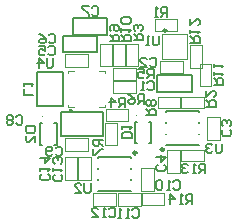
<source format=gbo>
G04*
G04 #@! TF.GenerationSoftware,Altium Limited,Altium Designer,19.1.5 (86)*
G04*
G04 Layer_Color=32896*
%FSAX25Y25*%
%MOIN*%
G70*
G01*
G75*
%ADD10C,0.00394*%
%ADD11C,0.00787*%
%ADD15C,0.01000*%
%ADD37C,0.00984*%
%ADD52C,0.00591*%
D10*
X0125264Y0157937D02*
G03*
X0125264Y0157937I-0000197J0000000D01*
G01*
X0156839Y0158386D02*
G03*
X0156839Y0158386I-0000197J0000000D01*
G01*
X0158354Y0132323D02*
X0165835D01*
X0158354Y0128386D02*
Y0132323D01*
Y0128386D02*
X0165835D01*
Y0132323D01*
X0148866Y0165866D02*
Y0169803D01*
X0156346D01*
Y0165866D02*
Y0169803D01*
X0148866Y0165866D02*
X0156346D01*
X0148866Y0170197D02*
Y0174134D01*
X0156346D01*
Y0170197D02*
Y0174134D01*
X0148866Y0170197D02*
X0156346D01*
X0153000Y0182087D02*
X0156937D01*
Y0174606D02*
Y0182087D01*
X0153000Y0174606D02*
X0156937D01*
X0153000D02*
Y0182087D01*
X0148669Y0182047D02*
X0152606D01*
Y0174567D02*
Y0182047D01*
X0148669Y0174567D02*
X0152606D01*
X0148669D02*
Y0182047D01*
X0144339Y0182047D02*
X0148276D01*
Y0174567D02*
Y0182047D01*
X0144339Y0174567D02*
X0148276D01*
X0144339D02*
Y0182047D01*
X0137153Y0136713D02*
X0141287D01*
X0137153D02*
Y0144390D01*
X0141287D01*
Y0136713D02*
Y0144390D01*
X0132547Y0136673D02*
X0136681D01*
X0132547D02*
Y0144350D01*
X0136681D01*
Y0136673D02*
Y0144350D01*
X0150224Y0128209D02*
Y0132343D01*
X0157902D01*
Y0128209D02*
Y0132343D01*
X0150224Y0128209D02*
X0157902D01*
X0149752D02*
Y0132343D01*
X0142075Y0128209D02*
X0149752D01*
X0142075D02*
Y0132343D01*
X0149752D01*
X0158098Y0140689D02*
X0162232D01*
Y0133012D02*
Y0140689D01*
X0158098Y0133012D02*
X0162232D01*
X0158098D02*
Y0140689D01*
X0171917Y0172264D02*
Y0176398D01*
X0164240Y0172264D02*
X0171917D01*
X0164240D02*
Y0176398D01*
X0171917D01*
X0177567Y0167913D02*
X0181504D01*
X0177567D02*
Y0175394D01*
X0181504D01*
Y0167913D02*
Y0175394D01*
X0174378Y0181614D02*
X0178315D01*
Y0174134D02*
Y0181614D01*
X0174378Y0174134D02*
X0178315D01*
X0174378D02*
Y0181614D01*
X0162543Y0186535D02*
Y0190472D01*
X0170024D01*
Y0186535D02*
Y0190472D01*
X0162543Y0186535D02*
X0170024D01*
X0173276Y0177008D02*
Y0185276D01*
X0165008Y0177008D02*
X0173276D01*
X0165008D02*
Y0185276D01*
X0173276D01*
X0146031Y0161016D02*
Y0161803D01*
X0144024Y0161016D02*
X0146031Y0161016D01*
Y0172433D02*
Y0173221D01*
X0144024D02*
X0146031D01*
X0133748D02*
X0133748Y0172433D01*
X0133748Y0173221D02*
X0135756Y0173221D01*
X0133748Y0161016D02*
Y0161803D01*
Y0161016D02*
X0135756Y0161016D01*
X0146173Y0148398D02*
X0150110D01*
X0146173D02*
Y0155878D01*
X0150110D01*
Y0148398D02*
Y0155878D01*
X0146354Y0156295D02*
Y0160232D01*
X0153835D01*
Y0156295D02*
Y0160232D01*
X0146354Y0156295D02*
X0153835D01*
X0140382Y0146555D02*
Y0150689D01*
X0132705Y0146555D02*
X0140382D01*
X0132705D02*
Y0150689D01*
X0140382D01*
X0140421Y0174508D02*
Y0178642D01*
X0132744Y0174508D02*
X0140421D01*
X0132744D02*
Y0178642D01*
X0140421D01*
X0171465Y0142913D02*
Y0146850D01*
X0178945D01*
Y0142913D02*
Y0146850D01*
X0171465Y0142913D02*
X0178945D01*
X0166760Y0139154D02*
X0170894D01*
X0166760D02*
Y0146831D01*
X0170894D01*
Y0139154D02*
Y0146831D01*
X0180185Y0157815D02*
X0184319D01*
Y0150138D02*
Y0157815D01*
X0180185Y0150138D02*
X0184319D01*
X0180185D02*
Y0157815D01*
X0178945Y0160591D02*
Y0164527D01*
X0171465Y0160591D02*
X0178945D01*
X0171465D02*
Y0164527D01*
X0178945D01*
X0163551Y0160591D02*
Y0164527D01*
X0171031D01*
Y0160591D02*
Y0164527D01*
X0163551Y0160591D02*
X0171031D01*
D11*
X0129201Y0148488D02*
X0129890D01*
X0129201Y0155575D02*
X0129890D01*
X0124378Y0148488D02*
X0125067D01*
X0124378Y0155575D02*
X0125067D01*
X0129890Y0148488D02*
Y0155575D01*
X0124378Y0148488D02*
Y0155575D01*
X0155953Y0148937D02*
Y0156024D01*
X0161465Y0148937D02*
Y0156024D01*
X0155953D02*
X0156642D01*
X0155953Y0148937D02*
X0156642D01*
X0160776Y0156024D02*
X0161465D01*
X0160776Y0148937D02*
X0161465D01*
X0163431Y0166108D02*
X0174931D01*
Y0171608D01*
X0163431D02*
X0174931D01*
X0163431Y0166108D02*
Y0171608D01*
X0132173Y0161417D02*
Y0172835D01*
X0123512Y0161417D02*
X0132173D01*
X0123512D02*
Y0172835D01*
X0132173D01*
X0131354Y0151315D02*
X0145354D01*
X0131354D02*
Y0159315D01*
X0145354D01*
Y0151315D02*
Y0159315D01*
X0135348Y0185096D02*
X0146848D01*
Y0190596D01*
X0135348D02*
X0146848D01*
X0135348Y0185096D02*
Y0190596D01*
X0131896Y0179258D02*
X0143396D01*
Y0184758D01*
X0131896D02*
X0143396D01*
X0131896Y0179258D02*
Y0184758D01*
D15*
X0166504Y0186614D02*
G03*
X0166504Y0186614I-0000487J0000000D01*
G01*
X0134939Y0159756D02*
G03*
X0134939Y0159756I-0000325J0000000D01*
G01*
D37*
X0156524Y0145787D02*
G03*
X0156524Y0145787I-0000492J0000000D01*
G01*
X0165657Y0146890D02*
G03*
X0165657Y0146890I-0000492J0000000D01*
G01*
D52*
X0143826Y0144409D02*
X0154850D01*
X0143826Y0132992D02*
X0154850D01*
X0143826Y0144409D02*
X0143827Y0144213D01*
X0143826Y0133189D02*
X0143827Y0132992D01*
X0154850Y0133189D02*
X0154850Y0132992D01*
X0154850Y0144409D02*
X0154850Y0144213D01*
X0154850Y0140669D02*
X0154850Y0140472D01*
X0154850Y0136929D02*
X0154850Y0136732D01*
X0143826Y0140669D02*
X0143827Y0140472D01*
X0143826Y0136929D02*
X0143827Y0136732D01*
X0166347Y0148268D02*
X0177370D01*
X0166347Y0159685D02*
X0177370D01*
X0177370Y0148465D02*
X0177370Y0148268D01*
X0177370Y0159685D02*
X0177370Y0159488D01*
X0166346Y0159685D02*
X0166347Y0159488D01*
X0166346Y0148465D02*
X0166347Y0148268D01*
X0166346Y0152205D02*
X0166347Y0152008D01*
X0166346Y0155945D02*
X0166347Y0155748D01*
X0177370Y0152205D02*
X0177370Y0152008D01*
X0177370Y0155945D02*
X0177370Y0155748D01*
X0119655Y0154646D02*
X0122803D01*
Y0153071D01*
X0122278Y0152547D01*
X0120179D01*
X0119655Y0153071D01*
Y0154646D01*
X0122803Y0149398D02*
Y0151497D01*
X0120704Y0149398D01*
X0120179D01*
X0119655Y0149923D01*
Y0150972D01*
X0120179Y0151497D01*
X0175126Y0128779D02*
Y0131928D01*
X0173552D01*
X0173027Y0131403D01*
Y0130354D01*
X0173552Y0129829D01*
X0175126D01*
X0174076D02*
X0173027Y0128779D01*
X0171977D02*
X0170928D01*
X0171453D01*
Y0131928D01*
X0171977Y0131403D01*
X0167779Y0128779D02*
Y0131928D01*
X0169354Y0130354D01*
X0167254D01*
X0128709Y0177282D02*
Y0174659D01*
X0128184Y0174134D01*
X0127134D01*
X0126610Y0174659D01*
Y0177282D01*
X0123986Y0174134D02*
Y0177282D01*
X0125560Y0175708D01*
X0123461D01*
X0151465Y0183071D02*
X0154613D01*
Y0184645D01*
X0154088Y0185170D01*
X0153039D01*
X0152514Y0184645D01*
Y0183071D01*
Y0184120D02*
X0151465Y0185170D01*
Y0186220D02*
Y0187269D01*
Y0186744D01*
X0154613D01*
X0154088Y0186220D01*
Y0188843D02*
X0154613Y0189368D01*
Y0190418D01*
X0154088Y0190942D01*
X0151989D01*
X0151465Y0190418D01*
Y0189368D01*
X0151989Y0188843D01*
X0154088D01*
X0147567Y0183110D02*
X0150715D01*
Y0184685D01*
X0150191Y0185209D01*
X0149141D01*
X0148617Y0184685D01*
Y0183110D01*
Y0184160D02*
X0147567Y0185209D01*
X0148092Y0186259D02*
X0147567Y0186784D01*
Y0187833D01*
X0148092Y0188358D01*
X0150191D01*
X0150715Y0187833D01*
Y0186784D01*
X0150191Y0186259D01*
X0149666D01*
X0149141Y0186784D01*
Y0188358D01*
X0145244Y0150197D02*
X0142095D01*
Y0148623D01*
X0142620Y0148098D01*
X0143670D01*
X0144195Y0148623D01*
Y0150197D01*
Y0149147D02*
X0145244Y0148098D01*
X0142095Y0147048D02*
Y0144949D01*
X0142620D01*
X0144719Y0147048D01*
X0145244D01*
X0159063Y0162165D02*
Y0165314D01*
X0157489D01*
X0156964Y0164789D01*
Y0163740D01*
X0157489Y0163215D01*
X0159063D01*
X0158013D02*
X0156964Y0162165D01*
X0153815Y0165314D02*
X0154865Y0164789D01*
X0155914Y0163740D01*
Y0162690D01*
X0155390Y0162165D01*
X0154340D01*
X0153815Y0162690D01*
Y0163215D01*
X0154340Y0163740D01*
X0155914D01*
X0162213Y0170669D02*
Y0173818D01*
X0160638D01*
X0160114Y0173293D01*
Y0172244D01*
X0160638Y0171719D01*
X0162213D01*
X0161163D02*
X0160114Y0170669D01*
X0156965Y0173818D02*
X0159064D01*
Y0172244D01*
X0158015Y0172768D01*
X0157490D01*
X0156965Y0172244D01*
Y0171194D01*
X0157490Y0170669D01*
X0158539D01*
X0159064Y0171194D01*
X0152724Y0161016D02*
Y0164164D01*
X0151150D01*
X0150625Y0163640D01*
Y0162590D01*
X0151150Y0162065D01*
X0152724D01*
X0151675D02*
X0150625Y0161016D01*
X0148002D02*
Y0164164D01*
X0149576Y0162590D01*
X0147477D01*
X0155559Y0183228D02*
X0158708D01*
Y0184803D01*
X0158183Y0185327D01*
X0157133D01*
X0156609Y0184803D01*
Y0183228D01*
Y0184278D02*
X0155559Y0185327D01*
X0158183Y0186377D02*
X0158708Y0186902D01*
Y0187951D01*
X0158183Y0188476D01*
X0157658D01*
X0157133Y0187951D01*
Y0187426D01*
Y0187951D01*
X0156609Y0188476D01*
X0156084D01*
X0155559Y0187951D01*
Y0186902D01*
X0156084Y0186377D01*
X0122172Y0164961D02*
X0119024D01*
Y0167060D01*
Y0168109D02*
Y0169159D01*
Y0168634D01*
X0122172D01*
X0121648Y0168109D01*
X0129562Y0147348D02*
X0130087Y0147873D01*
X0131137D01*
X0131661Y0147348D01*
Y0145249D01*
X0131137Y0144724D01*
X0130087D01*
X0129562Y0145249D01*
X0128513D02*
X0127988Y0144724D01*
X0126938D01*
X0126414Y0145249D01*
Y0147348D01*
X0126938Y0147873D01*
X0127988D01*
X0128513Y0147348D01*
Y0146824D01*
X0127988Y0146299D01*
X0126414D01*
X0116373Y0157742D02*
X0116898Y0158267D01*
X0117948D01*
X0118472Y0157742D01*
Y0155643D01*
X0117948Y0155118D01*
X0116898D01*
X0116373Y0155643D01*
X0115324Y0157742D02*
X0114799Y0158267D01*
X0113750D01*
X0113225Y0157742D01*
Y0157217D01*
X0113750Y0156692D01*
X0113225Y0156168D01*
Y0155643D01*
X0113750Y0155118D01*
X0114799D01*
X0115324Y0155643D01*
Y0156168D01*
X0114799Y0156692D01*
X0115324Y0157217D01*
Y0157742D01*
X0114799Y0156692D02*
X0113750D01*
X0141676Y0194092D02*
X0142201Y0194617D01*
X0143251D01*
X0143776Y0194092D01*
Y0191993D01*
X0143251Y0191469D01*
X0142201D01*
X0141676Y0191993D01*
X0140627Y0194617D02*
X0138528D01*
Y0194092D01*
X0140627Y0191993D01*
Y0191469D01*
X0127279Y0184907D02*
X0127804Y0185432D01*
X0128853D01*
X0129378Y0184907D01*
Y0182808D01*
X0128853Y0182283D01*
X0127804D01*
X0127279Y0182808D01*
X0124130Y0185432D02*
X0125180Y0184907D01*
X0126229Y0183858D01*
Y0182808D01*
X0125705Y0182283D01*
X0124655D01*
X0124130Y0182808D01*
Y0183333D01*
X0124655Y0183858D01*
X0126229D01*
X0127121Y0180931D02*
X0127646Y0181456D01*
X0128696D01*
X0129220Y0180931D01*
Y0178832D01*
X0128696Y0178307D01*
X0127646D01*
X0127121Y0178832D01*
X0123973Y0181456D02*
X0126072D01*
Y0179881D01*
X0125022Y0180406D01*
X0124498D01*
X0123973Y0179881D01*
Y0178832D01*
X0124498Y0178307D01*
X0125547D01*
X0126072Y0178832D01*
X0185008Y0148857D02*
Y0146233D01*
X0184483Y0145709D01*
X0183434D01*
X0182909Y0146233D01*
Y0148857D01*
X0181859Y0148333D02*
X0181334Y0148857D01*
X0180285D01*
X0179760Y0148333D01*
Y0147808D01*
X0180285Y0147283D01*
X0180810D01*
X0180285D01*
X0179760Y0146758D01*
Y0146233D01*
X0180285Y0145709D01*
X0181334D01*
X0181859Y0146233D01*
X0141287Y0135629D02*
Y0133005D01*
X0140763Y0132480D01*
X0139713D01*
X0139188Y0133005D01*
Y0135629D01*
X0136040Y0132480D02*
X0138139D01*
X0136040Y0134579D01*
Y0135104D01*
X0136565Y0135629D01*
X0137614D01*
X0138139Y0135104D01*
X0163984Y0184802D02*
Y0182178D01*
X0163460Y0181653D01*
X0162410D01*
X0161885Y0182178D01*
Y0184802D01*
X0160836Y0181653D02*
X0159786D01*
X0160311D01*
Y0184802D01*
X0160836Y0184277D01*
X0179457Y0139016D02*
Y0142164D01*
X0177882D01*
X0177358Y0141640D01*
Y0140590D01*
X0177882Y0140065D01*
X0179457D01*
X0178407D02*
X0177358Y0139016D01*
X0176308D02*
X0175259D01*
X0175783D01*
Y0142164D01*
X0176308Y0141640D01*
X0173684D02*
X0173160Y0142164D01*
X0172110D01*
X0171585Y0141640D01*
Y0141115D01*
X0172110Y0140590D01*
X0172635D01*
X0172110D01*
X0171585Y0140065D01*
Y0139541D01*
X0172110Y0139016D01*
X0173160D01*
X0173684Y0139541D01*
X0174496Y0182480D02*
X0177645D01*
Y0184055D01*
X0177120Y0184579D01*
X0176070D01*
X0175546Y0184055D01*
Y0182480D01*
Y0183530D02*
X0174496Y0184579D01*
Y0185629D02*
Y0186678D01*
Y0186154D01*
X0177645D01*
X0177120Y0185629D01*
X0174496Y0190352D02*
Y0188253D01*
X0176595Y0190352D01*
X0177120D01*
X0177645Y0189827D01*
Y0188777D01*
X0177120Y0188253D01*
X0182252Y0168465D02*
X0185401D01*
Y0170039D01*
X0184876Y0170564D01*
X0183826D01*
X0183301Y0170039D01*
Y0168465D01*
Y0169514D02*
X0182252Y0170564D01*
Y0171613D02*
Y0172663D01*
Y0172138D01*
X0185401D01*
X0184876Y0171613D01*
X0182252Y0174237D02*
Y0175286D01*
Y0174762D01*
X0185401D01*
X0184876Y0174237D01*
X0159732Y0158307D02*
X0162881D01*
Y0159881D01*
X0162356Y0160406D01*
X0161307D01*
X0160782Y0159881D01*
Y0158307D01*
Y0159357D02*
X0159732Y0160406D01*
X0162356Y0161456D02*
X0162881Y0161980D01*
Y0163030D01*
X0162356Y0163555D01*
X0161831D01*
X0161307Y0163030D01*
X0160782Y0163555D01*
X0160257D01*
X0159732Y0163030D01*
Y0161980D01*
X0160257Y0161456D01*
X0160782D01*
X0161307Y0161980D01*
X0161831Y0161456D01*
X0162356D01*
X0161307Y0161980D02*
Y0163030D01*
X0179772Y0161221D02*
X0182920D01*
Y0162795D01*
X0182396Y0163320D01*
X0181346D01*
X0180821Y0162795D01*
Y0161221D01*
Y0162270D02*
X0179772Y0163320D01*
Y0166468D02*
Y0164369D01*
X0181871Y0166468D01*
X0182396D01*
X0182920Y0165943D01*
Y0164894D01*
X0182396Y0164369D01*
X0166756Y0191220D02*
Y0194369D01*
X0165182D01*
X0164657Y0193844D01*
Y0192795D01*
X0165182Y0192270D01*
X0166756D01*
X0165706D02*
X0164657Y0191220D01*
X0163607D02*
X0162558D01*
X0163083D01*
Y0194369D01*
X0163607Y0193844D01*
X0155007Y0150591D02*
X0151858D01*
Y0152165D01*
X0152383Y0152690D01*
X0154482D01*
X0155007Y0152165D01*
Y0150591D01*
X0151858Y0153739D02*
Y0154789D01*
Y0154264D01*
X0155007D01*
X0154482Y0153739D01*
X0127159Y0138713D02*
X0127684Y0138189D01*
Y0137139D01*
X0127159Y0136614D01*
X0125060D01*
X0124535Y0137139D01*
Y0138189D01*
X0125060Y0138713D01*
X0124535Y0139763D02*
Y0140812D01*
Y0140287D01*
X0127684D01*
X0127159Y0139763D01*
X0124535Y0143961D02*
X0127684D01*
X0126110Y0142387D01*
Y0144486D01*
X0131333Y0138516D02*
X0131857Y0137992D01*
Y0136942D01*
X0131333Y0136417D01*
X0129233D01*
X0128709Y0136942D01*
Y0137992D01*
X0129233Y0138516D01*
X0128709Y0139566D02*
Y0140615D01*
Y0140091D01*
X0131857D01*
X0131333Y0139566D01*
Y0142190D02*
X0131857Y0142715D01*
Y0143764D01*
X0131333Y0144289D01*
X0130808D01*
X0130283Y0143764D01*
Y0143239D01*
Y0143764D01*
X0129758Y0144289D01*
X0129233D01*
X0128709Y0143764D01*
Y0142715D01*
X0129233Y0142190D01*
X0147318Y0126954D02*
X0147843Y0127479D01*
X0148893D01*
X0149417Y0126954D01*
Y0124855D01*
X0148893Y0124331D01*
X0147843D01*
X0147318Y0124855D01*
X0146269Y0124331D02*
X0145219D01*
X0145744D01*
Y0127479D01*
X0146269Y0126954D01*
X0141546Y0124331D02*
X0143645D01*
X0141546Y0126430D01*
Y0126954D01*
X0142071Y0127479D01*
X0143120D01*
X0143645Y0126954D01*
X0155192Y0126758D02*
X0155717Y0127282D01*
X0156767D01*
X0157291Y0126758D01*
Y0124659D01*
X0156767Y0124134D01*
X0155717D01*
X0155192Y0124659D01*
X0154143Y0124134D02*
X0153093D01*
X0153618D01*
Y0127282D01*
X0154143Y0126758D01*
X0151519Y0124134D02*
X0150469D01*
X0150994D01*
Y0127282D01*
X0151519Y0126758D01*
X0168854Y0136128D02*
X0169378Y0136653D01*
X0170428D01*
X0170953Y0136128D01*
Y0134029D01*
X0170428Y0133504D01*
X0169378D01*
X0168854Y0134029D01*
X0167804Y0133504D02*
X0166755D01*
X0167279D01*
Y0136653D01*
X0167804Y0136128D01*
X0165180D02*
X0164656Y0136653D01*
X0163606D01*
X0163081Y0136128D01*
Y0134029D01*
X0163606Y0133504D01*
X0164656D01*
X0165180Y0134029D01*
Y0136128D01*
X0165742Y0141823D02*
X0166267Y0141299D01*
Y0140249D01*
X0165742Y0139724D01*
X0163643D01*
X0163118Y0140249D01*
Y0141299D01*
X0163643Y0141823D01*
X0163118Y0144447D02*
X0166267D01*
X0164692Y0142873D01*
Y0144972D01*
X0187632Y0153516D02*
X0188156Y0152992D01*
Y0151942D01*
X0187632Y0151417D01*
X0185533D01*
X0185008Y0151942D01*
Y0152992D01*
X0185533Y0153516D01*
X0187632Y0154566D02*
X0188156Y0155091D01*
Y0156140D01*
X0187632Y0156665D01*
X0187107D01*
X0186582Y0156140D01*
Y0155615D01*
Y0156140D01*
X0186057Y0156665D01*
X0185533D01*
X0185008Y0156140D01*
Y0155091D01*
X0185533Y0154566D01*
X0160980Y0177033D02*
X0161504Y0177558D01*
X0162554D01*
X0163079Y0177033D01*
Y0174934D01*
X0162554Y0174409D01*
X0161504D01*
X0160980Y0174934D01*
X0157831Y0174409D02*
X0159930D01*
X0157831Y0176508D01*
Y0177033D01*
X0158356Y0177558D01*
X0159405D01*
X0159930Y0177033D01*
X0160192Y0169199D02*
X0160717Y0169723D01*
X0161767D01*
X0162291Y0169199D01*
Y0167100D01*
X0161767Y0166575D01*
X0160717D01*
X0160192Y0167100D01*
X0159143Y0166575D02*
X0158093D01*
X0158618D01*
Y0169723D01*
X0159143Y0169199D01*
M02*

</source>
